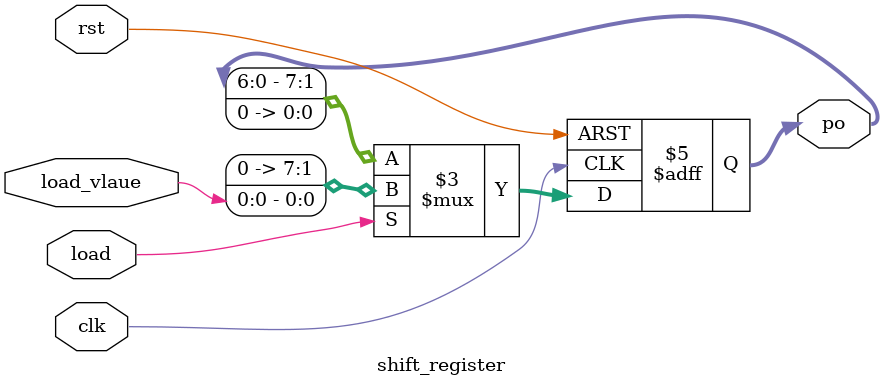
<source format=v>
module shift_register(clk,rst,po,load,load_vlaue);

parameter SHIFT_DIRECTION = "LEFT" ;
parameter SHIFT_AMOUNT = 1;

input clk,rst,load,load_vlaue;
output reg [7:0] po;

always @(posedge clk or posedge rst) begin
    if (rst) po <= 0;
    else if (load) po <= load_vlaue;
    else if (SHIFT_DIRECTION == "LEFT") 
        po <= {po[7-SHIFT_AMOUNT:0] , {SHIFT_AMOUNT{1'b0}}};
    else if (SHIFT_DIRECTION == "RIGHT") 
        po <= { {SHIFT_AMOUNT{1'b0}} , po[7-SHIFT_AMOUNT:0] };
end
endmodule
</source>
